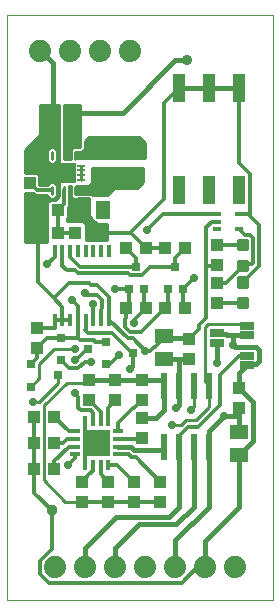
<source format=gtl>
G75*
%MOIN*%
%OFA0B0*%
%FSLAX25Y25*%
%IPPOS*%
%LPD*%
%AMOC8*
5,1,8,0,0,1.08239X$1,22.5*
%
%ADD10C,0.00000*%
%ADD11R,0.02362X0.08661*%
%ADD12R,0.05906X0.05118*%
%ADD13R,0.03937X0.04331*%
%ADD14R,0.05000X0.02500*%
%ADD15C,0.07400*%
%ADD16R,0.04449X0.09606*%
%ADD17R,0.03740X0.01378*%
%ADD18R,0.01378X0.03740*%
%ADD19R,0.08780X0.08780*%
%ADD20R,0.01200X0.03900*%
%ADD21R,0.02992X0.02992*%
%ADD22R,0.03150X0.01378*%
%ADD23R,0.14567X0.03858*%
%ADD24R,0.05118X0.05906*%
%ADD25R,0.04331X0.03937*%
%ADD26C,0.01181*%
%ADD27R,0.02756X0.02756*%
%ADD28C,0.01102*%
%ADD29R,0.08465X0.06535*%
%ADD30C,0.03150*%
%ADD31R,0.03150X0.00906*%
%ADD32C,0.01600*%
%ADD33C,0.01000*%
%ADD34OC8,0.02559*%
%ADD35C,0.01200*%
%ADD36OC8,0.03543*%
%ADD37C,0.03543*%
D10*
X0001000Y0001500D02*
X0001000Y0196750D01*
X0089750Y0196750D01*
X0089750Y0001500D01*
X0001000Y0001500D01*
D11*
X0053500Y0052514D03*
X0058500Y0052514D03*
X0063500Y0052514D03*
X0068500Y0052514D03*
X0068500Y0072986D03*
X0063500Y0072986D03*
X0058500Y0072986D03*
X0053500Y0072986D03*
D12*
X0053500Y0082010D03*
X0053500Y0089490D03*
X0078500Y0057490D03*
X0078500Y0050010D03*
D13*
X0078500Y0065654D03*
X0078500Y0072346D03*
X0061750Y0081904D03*
X0061750Y0088596D03*
X0060596Y0099000D03*
X0053904Y0099000D03*
X0047553Y0099000D03*
X0040860Y0099000D03*
X0040697Y0119000D03*
X0047390Y0119000D03*
X0053904Y0119000D03*
X0060596Y0119000D03*
X0030596Y0124000D03*
X0023904Y0124000D03*
X0018096Y0124000D03*
X0011404Y0124000D03*
X0008750Y0140654D03*
X0008750Y0147346D03*
X0010154Y0062750D03*
X0010154Y0054000D03*
X0010154Y0045250D03*
X0016846Y0045250D03*
X0016846Y0054000D03*
X0016846Y0062750D03*
D14*
X0071000Y0087400D03*
X0071000Y0090600D03*
X0081000Y0089900D03*
X0081000Y0093100D03*
X0081000Y0083100D03*
X0081000Y0079900D03*
D15*
X0077250Y0012500D03*
X0067250Y0012500D03*
X0057250Y0012500D03*
X0047250Y0012500D03*
X0037250Y0012500D03*
X0027250Y0012500D03*
X0017250Y0012500D03*
X0012250Y0184750D03*
X0022250Y0184750D03*
X0032250Y0184750D03*
X0042250Y0184750D03*
D16*
X0058500Y0172179D03*
X0068500Y0172179D03*
X0078500Y0172179D03*
X0078500Y0138321D03*
X0068500Y0138321D03*
X0058500Y0138321D03*
D17*
X0038244Y0057839D03*
X0038244Y0055280D03*
X0038244Y0052720D03*
X0038244Y0050161D03*
X0023756Y0050161D03*
X0023756Y0052720D03*
X0023756Y0055280D03*
X0023756Y0057839D03*
D18*
X0027161Y0061244D03*
X0029720Y0061244D03*
X0032280Y0061244D03*
X0034839Y0061244D03*
X0034839Y0046756D03*
X0032280Y0046756D03*
X0029720Y0046756D03*
X0027161Y0046756D03*
D19*
X0031000Y0054000D03*
D20*
X0029839Y0095013D03*
X0032398Y0095013D03*
X0034957Y0095013D03*
X0027280Y0095013D03*
X0024720Y0095013D03*
X0022161Y0095013D03*
X0019602Y0095013D03*
X0017043Y0095013D03*
X0017043Y0117987D03*
X0019602Y0117987D03*
X0022161Y0117987D03*
X0024720Y0117987D03*
X0027280Y0117987D03*
X0029839Y0117987D03*
X0032398Y0117987D03*
X0034957Y0117987D03*
D21*
X0033992Y0087740D03*
X0033992Y0080260D03*
X0028008Y0085250D03*
X0018992Y0081510D03*
X0018008Y0076500D03*
X0018992Y0088990D03*
X0008992Y0080240D03*
X0008992Y0072760D03*
X0043008Y0084000D03*
D22*
X0071010Y0125191D03*
X0071010Y0127750D03*
X0071010Y0130309D03*
X0078490Y0130309D03*
X0078490Y0125191D03*
D23*
X0038500Y0143085D03*
X0038500Y0152415D03*
D24*
X0032990Y0131750D03*
X0025510Y0131750D03*
X0023490Y0155250D03*
X0023490Y0164000D03*
X0016010Y0164000D03*
X0016010Y0155250D03*
D25*
X0018096Y0131750D03*
X0011404Y0131750D03*
X0011000Y0092346D03*
X0011000Y0085654D03*
X0028500Y0074846D03*
X0028500Y0068154D03*
X0037250Y0068154D03*
X0037250Y0074846D03*
X0046000Y0074846D03*
X0046000Y0068154D03*
X0046000Y0062346D03*
X0046000Y0055654D03*
X0043500Y0041096D03*
X0043500Y0034404D03*
X0034750Y0034404D03*
X0034750Y0041096D03*
X0026000Y0041096D03*
X0026000Y0034404D03*
X0052250Y0034404D03*
X0052250Y0041096D03*
X0071000Y0100654D03*
X0071000Y0107346D03*
X0071000Y0113154D03*
X0071000Y0119846D03*
D26*
X0078372Y0118575D02*
X0081128Y0118575D01*
X0078372Y0118575D02*
X0078372Y0121331D01*
X0081128Y0121331D01*
X0081128Y0118575D01*
X0081128Y0119755D02*
X0078372Y0119755D01*
X0078372Y0120935D02*
X0081128Y0120935D01*
X0081128Y0111669D02*
X0078372Y0111669D01*
X0078372Y0114425D01*
X0081128Y0114425D01*
X0081128Y0111669D01*
X0081128Y0112849D02*
X0078372Y0112849D01*
X0078372Y0114029D02*
X0081128Y0114029D01*
X0081128Y0108831D02*
X0078372Y0108831D01*
X0081128Y0108831D02*
X0081128Y0106075D01*
X0078372Y0106075D01*
X0078372Y0108831D01*
X0078372Y0107255D02*
X0081128Y0107255D01*
X0081128Y0108435D02*
X0078372Y0108435D01*
X0078372Y0101925D02*
X0081128Y0101925D01*
X0081128Y0099169D01*
X0078372Y0099169D01*
X0078372Y0101925D01*
X0078372Y0100349D02*
X0081128Y0100349D01*
X0081128Y0101529D02*
X0078372Y0101529D01*
D27*
X0059809Y0105358D03*
X0057250Y0112642D03*
X0054691Y0105358D03*
X0046766Y0105358D03*
X0044207Y0112642D03*
X0041648Y0105358D03*
D28*
X0023937Y0137071D02*
X0023937Y0139315D01*
X0021969Y0139315D02*
X0021969Y0137071D01*
X0020000Y0137071D02*
X0020000Y0139315D01*
X0018031Y0139315D02*
X0018031Y0137071D01*
X0016063Y0137071D02*
X0016063Y0139315D01*
X0016063Y0148685D02*
X0016063Y0150929D01*
X0018031Y0150929D02*
X0018031Y0148685D01*
X0020000Y0148685D02*
X0020000Y0150929D01*
X0021969Y0150929D02*
X0021969Y0148685D01*
X0023937Y0148685D02*
X0023937Y0150929D01*
D29*
X0020000Y0144000D03*
D30*
X0017638Y0144000D03*
X0022362Y0144000D03*
D31*
X0025748Y0143213D03*
X0025748Y0144787D03*
X0025748Y0146362D03*
X0025748Y0141638D03*
X0014252Y0141638D03*
X0014252Y0143213D03*
X0014252Y0144787D03*
X0014252Y0146362D03*
D32*
X0016010Y0155250D02*
X0016404Y0162837D01*
X0016404Y0180596D01*
X0012250Y0184750D01*
X0016010Y0164000D02*
X0016404Y0162837D01*
X0022969Y0155250D02*
X0023490Y0155250D01*
X0023490Y0164000D01*
X0039750Y0164000D01*
X0057250Y0181500D01*
X0061000Y0181500D01*
X0058500Y0172179D02*
X0068500Y0172179D01*
X0078500Y0172179D01*
X0071000Y0090500D02*
X0071250Y0090250D01*
X0074163Y0090250D01*
X0074413Y0090000D01*
X0076500Y0090000D01*
X0076500Y0086500D01*
X0077050Y0085950D01*
X0084163Y0085950D01*
X0085100Y0085013D01*
X0085100Y0081187D01*
X0084163Y0080250D01*
X0081350Y0080250D01*
X0081000Y0079900D01*
X0078500Y0077400D01*
X0078500Y0072346D01*
X0078500Y0072307D02*
X0083250Y0067557D01*
X0083250Y0054750D01*
X0078500Y0050000D01*
X0078500Y0032500D01*
X0067250Y0021250D01*
X0067250Y0012500D01*
X0057250Y0021500D02*
X0068500Y0032750D01*
X0068500Y0052514D01*
X0068500Y0053000D02*
X0068500Y0058000D01*
X0073500Y0063000D01*
X0078500Y0063000D01*
X0078500Y0057490D01*
X0078500Y0063000D02*
X0078500Y0065654D01*
X0078500Y0050010D02*
X0078500Y0050000D01*
X0071000Y0080500D02*
X0071000Y0087400D01*
X0076500Y0090000D02*
X0081000Y0090000D01*
X0063500Y0052514D02*
X0063500Y0032750D01*
X0057550Y0026800D01*
X0045055Y0026800D01*
X0037250Y0018995D01*
X0037250Y0012500D01*
X0027250Y0018995D02*
X0037455Y0029200D01*
X0054950Y0029200D01*
X0058500Y0032750D01*
X0058500Y0052514D01*
X0053500Y0052514D02*
X0053500Y0051500D01*
X0043500Y0051500D01*
X0042280Y0052720D01*
X0038244Y0052720D01*
X0045626Y0055280D02*
X0046000Y0055654D01*
X0046000Y0062346D02*
X0050846Y0062346D01*
X0053500Y0065000D01*
X0053500Y0072986D01*
X0053500Y0074846D01*
X0046000Y0074846D01*
X0037250Y0074846D01*
X0028500Y0074846D01*
X0027654Y0074000D01*
X0053500Y0082000D02*
X0059500Y0082000D01*
X0058500Y0081904D02*
X0061750Y0081904D01*
X0058500Y0081904D02*
X0058500Y0072986D01*
X0058500Y0066500D01*
X0057500Y0065500D01*
X0059500Y0089000D02*
X0053500Y0089000D01*
X0057250Y0021500D02*
X0057250Y0012500D01*
X0027250Y0012500D02*
X0027250Y0018995D01*
D33*
X0026000Y0034404D02*
X0020596Y0034404D01*
X0013500Y0041500D01*
X0013500Y0066500D01*
X0021000Y0074000D01*
X0027654Y0074000D01*
X0023625Y0085250D02*
X0016750Y0085250D01*
X0011788Y0080288D01*
X0011788Y0075556D01*
X0008992Y0072760D01*
X0009750Y0067750D02*
X0011750Y0067750D01*
X0018000Y0074000D01*
X0018008Y0074000D01*
X0018008Y0076500D01*
X0014500Y0121000D02*
X0007000Y0121000D01*
X0007000Y0137398D01*
X0009615Y0137398D01*
X0010510Y0136502D01*
X0014421Y0136502D01*
X0014421Y0136391D01*
X0015383Y0135429D01*
X0016743Y0135429D01*
X0017705Y0136391D01*
X0017705Y0137444D01*
X0017754Y0137493D01*
X0017754Y0138893D01*
X0017705Y0138942D01*
X0017705Y0139995D01*
X0016743Y0140957D01*
X0015383Y0140957D01*
X0014421Y0139995D01*
X0014421Y0139883D01*
X0011911Y0139883D01*
X0011809Y0139985D01*
X0011809Y0143271D01*
X0011170Y0143909D01*
X0007000Y0143909D01*
X0007000Y0151500D01*
X0012000Y0156500D01*
X0012000Y0166500D01*
X0018500Y0166500D01*
X0018500Y0151751D01*
X0018358Y0151609D01*
X0018358Y0148005D01*
X0018500Y0147863D01*
X0018500Y0140137D01*
X0018358Y0139995D01*
X0018358Y0138942D01*
X0018309Y0138893D01*
X0018309Y0136246D01*
X0017232Y0134809D01*
X0015479Y0134809D01*
X0015170Y0134500D01*
X0014500Y0134500D01*
X0014500Y0121000D01*
X0014500Y0121329D02*
X0007000Y0121329D01*
X0007000Y0122327D02*
X0014500Y0122327D01*
X0014500Y0123326D02*
X0007000Y0123326D01*
X0007000Y0124324D02*
X0014500Y0124324D01*
X0014500Y0125323D02*
X0007000Y0125323D01*
X0007000Y0126321D02*
X0014500Y0126321D01*
X0014500Y0127320D02*
X0007000Y0127320D01*
X0007000Y0128318D02*
X0014500Y0128318D01*
X0014500Y0129317D02*
X0007000Y0129317D01*
X0007000Y0130315D02*
X0014500Y0130315D01*
X0014500Y0131314D02*
X0007000Y0131314D01*
X0007000Y0132312D02*
X0014500Y0132312D01*
X0014500Y0133311D02*
X0007000Y0133311D01*
X0007000Y0134309D02*
X0014500Y0134309D01*
X0014873Y0135220D02*
X0016830Y0135220D01*
X0018031Y0136421D01*
X0018031Y0139417D01*
X0017705Y0139302D02*
X0018358Y0139302D01*
X0018309Y0138303D02*
X0017754Y0138303D01*
X0017705Y0137305D02*
X0018309Y0137305D01*
X0018309Y0136306D02*
X0017620Y0136306D01*
X0017606Y0135308D02*
X0007000Y0135308D01*
X0007000Y0136306D02*
X0014506Y0136306D01*
X0014873Y0135220D02*
X0011404Y0131750D01*
X0009708Y0137305D02*
X0007000Y0137305D01*
X0007000Y0144295D02*
X0018500Y0144295D01*
X0018500Y0145293D02*
X0007000Y0145293D01*
X0007000Y0146292D02*
X0018500Y0146292D01*
X0018500Y0147290D02*
X0016990Y0147290D01*
X0016743Y0147043D02*
X0017705Y0148005D01*
X0017705Y0151609D01*
X0016743Y0152571D01*
X0015383Y0152571D01*
X0014421Y0151609D01*
X0014421Y0148005D01*
X0015383Y0147043D01*
X0016743Y0147043D01*
X0017705Y0148289D02*
X0018358Y0148289D01*
X0018358Y0149287D02*
X0017705Y0149287D01*
X0017705Y0150286D02*
X0018358Y0150286D01*
X0018358Y0151284D02*
X0017705Y0151284D01*
X0017031Y0152283D02*
X0018500Y0152283D01*
X0018500Y0153281D02*
X0008781Y0153281D01*
X0007783Y0152283D02*
X0015095Y0152283D01*
X0014421Y0151284D02*
X0007000Y0151284D01*
X0007000Y0150286D02*
X0014421Y0150286D01*
X0014421Y0149287D02*
X0007000Y0149287D01*
X0007000Y0148289D02*
X0014421Y0148289D01*
X0015136Y0147290D02*
X0007000Y0147290D01*
X0009780Y0154280D02*
X0018500Y0154280D01*
X0018500Y0155278D02*
X0010778Y0155278D01*
X0011777Y0156277D02*
X0018500Y0156277D01*
X0018500Y0157275D02*
X0012000Y0157275D01*
X0012000Y0158274D02*
X0018500Y0158274D01*
X0018500Y0159272D02*
X0012000Y0159272D01*
X0012000Y0160271D02*
X0018500Y0160271D01*
X0018500Y0161269D02*
X0012000Y0161269D01*
X0012000Y0162268D02*
X0018500Y0162268D01*
X0018500Y0163266D02*
X0012000Y0163266D01*
X0012000Y0164265D02*
X0018500Y0164265D01*
X0018500Y0165263D02*
X0012000Y0165263D01*
X0012000Y0166262D02*
X0018500Y0166262D01*
X0020091Y0166262D02*
X0025500Y0166262D01*
X0025500Y0166500D02*
X0020091Y0166500D01*
X0020091Y0148500D01*
X0022295Y0148500D01*
X0022295Y0151609D01*
X0023257Y0152571D01*
X0024617Y0152571D01*
X0024688Y0152500D01*
X0025500Y0152500D01*
X0025500Y0166500D01*
X0025500Y0165263D02*
X0020091Y0165263D01*
X0020091Y0164265D02*
X0025500Y0164265D01*
X0025500Y0163266D02*
X0020091Y0163266D01*
X0020091Y0162268D02*
X0025500Y0162268D01*
X0025500Y0161269D02*
X0020091Y0161269D01*
X0020091Y0160271D02*
X0025500Y0160271D01*
X0025500Y0159272D02*
X0020091Y0159272D01*
X0020091Y0158274D02*
X0025500Y0158274D01*
X0025500Y0157275D02*
X0020091Y0157275D01*
X0020091Y0156277D02*
X0025500Y0156277D01*
X0025500Y0155278D02*
X0020091Y0155278D01*
X0020091Y0154280D02*
X0025500Y0154280D01*
X0025500Y0153281D02*
X0020091Y0153281D01*
X0020091Y0152283D02*
X0022969Y0152283D01*
X0022295Y0151284D02*
X0020091Y0151284D01*
X0020091Y0150286D02*
X0022295Y0150286D01*
X0021969Y0149807D02*
X0020000Y0149807D01*
X0020091Y0149287D02*
X0022295Y0149287D01*
X0023937Y0149807D02*
X0035892Y0149807D01*
X0038500Y0152415D01*
X0038500Y0143085D02*
X0033608Y0138193D01*
X0023937Y0138193D01*
X0024091Y0138303D02*
X0036303Y0138303D01*
X0037000Y0139000D02*
X0034500Y0136500D01*
X0029749Y0136500D01*
X0029159Y0137091D01*
X0024159Y0137091D01*
X0024091Y0137159D01*
X0024091Y0139500D01*
X0028500Y0139500D01*
X0029500Y0140500D01*
X0029500Y0145500D01*
X0046500Y0145500D01*
X0046500Y0141000D01*
X0044500Y0139000D01*
X0037000Y0139000D01*
X0035305Y0137305D02*
X0024091Y0137305D01*
X0022295Y0137305D02*
X0021691Y0137305D01*
X0021969Y0138193D02*
X0021969Y0135291D01*
X0025510Y0131750D01*
X0030596Y0126663D01*
X0030596Y0124000D01*
X0031000Y0127000D02*
X0034500Y0127000D01*
X0034500Y0121500D01*
X0027500Y0121500D01*
X0027500Y0127000D01*
X0026500Y0128000D01*
X0021000Y0128000D01*
X0021000Y0128977D01*
X0021352Y0129330D01*
X0021352Y0132615D01*
X0021691Y0132953D01*
X0021691Y0138893D01*
X0021642Y0138942D01*
X0021642Y0139642D01*
X0022295Y0139642D01*
X0022295Y0136391D01*
X0023257Y0135429D01*
X0024617Y0135429D01*
X0024688Y0135500D01*
X0028500Y0135500D01*
X0028500Y0129500D01*
X0029341Y0128659D01*
X0029341Y0128346D01*
X0029979Y0127707D01*
X0030293Y0127707D01*
X0031000Y0127000D01*
X0030680Y0127320D02*
X0027180Y0127320D01*
X0027500Y0126321D02*
X0034500Y0126321D01*
X0034500Y0125323D02*
X0027500Y0125323D01*
X0027500Y0124324D02*
X0034500Y0124324D01*
X0034500Y0123326D02*
X0027500Y0123326D01*
X0027500Y0122327D02*
X0034500Y0122327D01*
X0029368Y0128318D02*
X0021000Y0128318D01*
X0021339Y0129317D02*
X0028683Y0129317D01*
X0028500Y0130315D02*
X0021352Y0130315D01*
X0021352Y0131314D02*
X0028500Y0131314D01*
X0028500Y0132312D02*
X0021352Y0132312D01*
X0021691Y0133311D02*
X0028500Y0133311D01*
X0028500Y0134309D02*
X0021691Y0134309D01*
X0021691Y0135308D02*
X0028500Y0135308D01*
X0029301Y0140301D02*
X0045801Y0140301D01*
X0046500Y0141299D02*
X0029500Y0141299D01*
X0029500Y0142298D02*
X0046500Y0142298D01*
X0046500Y0143296D02*
X0029500Y0143296D01*
X0029500Y0144295D02*
X0046500Y0144295D01*
X0046500Y0145293D02*
X0029500Y0145293D01*
X0026159Y0150909D02*
X0026456Y0151207D01*
X0026501Y0151207D01*
X0027140Y0151846D01*
X0027140Y0154640D01*
X0028500Y0156000D01*
X0045000Y0156000D01*
X0047000Y0154000D01*
X0047000Y0149000D01*
X0024091Y0149000D01*
X0024091Y0150841D01*
X0024159Y0150909D01*
X0026159Y0150909D01*
X0026578Y0151284D02*
X0047000Y0151284D01*
X0047000Y0150286D02*
X0024091Y0150286D01*
X0024091Y0149287D02*
X0047000Y0149287D01*
X0047000Y0152283D02*
X0027140Y0152283D01*
X0027140Y0153281D02*
X0047000Y0153281D01*
X0046720Y0154280D02*
X0027140Y0154280D01*
X0027778Y0155278D02*
X0045722Y0155278D01*
X0044802Y0139302D02*
X0024091Y0139302D01*
X0022295Y0139302D02*
X0021642Y0139302D01*
X0021691Y0138303D02*
X0022295Y0138303D01*
X0022380Y0136306D02*
X0021691Y0136306D01*
X0018500Y0140301D02*
X0017399Y0140301D01*
X0018500Y0141299D02*
X0011809Y0141299D01*
X0011809Y0140301D02*
X0014727Y0140301D01*
X0011809Y0142298D02*
X0018500Y0142298D01*
X0018500Y0143296D02*
X0011784Y0143296D01*
X0025748Y0143213D02*
X0025748Y0141638D01*
X0025748Y0143213D02*
X0025748Y0144787D01*
X0025748Y0146362D01*
X0053500Y0089490D02*
X0053500Y0089000D01*
X0053500Y0082010D02*
X0053500Y0082000D01*
X0058500Y0073000D02*
X0058500Y0072986D01*
X0063500Y0066000D02*
X0062500Y0065000D01*
X0063500Y0066000D02*
X0063500Y0072986D01*
X0067000Y0074500D02*
X0068500Y0073000D01*
X0068500Y0072986D01*
X0068500Y0066000D01*
X0064000Y0061500D01*
X0060750Y0061500D01*
X0059250Y0060000D01*
X0056000Y0060000D01*
X0058500Y0056250D02*
X0058500Y0052514D01*
X0058500Y0050000D01*
X0068500Y0049500D02*
X0068500Y0052514D01*
X0068500Y0053000D01*
X0078500Y0072000D02*
X0078500Y0072307D01*
X0078500Y0072346D01*
X0081000Y0083000D02*
X0081000Y0083100D01*
X0081000Y0089900D02*
X0081000Y0090000D01*
X0081000Y0093100D02*
X0081000Y0093500D01*
X0068000Y0093500D01*
X0067000Y0092500D01*
X0067000Y0074500D01*
X0061750Y0081904D02*
X0059500Y0081500D01*
X0059500Y0082000D01*
X0061750Y0081904D01*
X0061750Y0088596D02*
X0059500Y0089000D01*
X0071000Y0090500D02*
X0071000Y0090600D01*
X0071000Y0090500D02*
X0071500Y0090000D01*
D34*
X0076500Y0086500D03*
X0071000Y0080500D03*
X0073500Y0063000D03*
X0062500Y0065000D03*
X0057500Y0065500D03*
X0056000Y0060000D03*
X0047250Y0084750D03*
X0042244Y0078461D03*
X0038500Y0083250D03*
X0043500Y0094000D03*
X0037250Y0105250D03*
X0029750Y0100250D03*
X0027250Y0104000D03*
X0022787Y0101500D03*
X0014500Y0113500D03*
X0023625Y0085250D03*
X0023625Y0081750D03*
X0029000Y0081000D03*
X0023750Y0070616D03*
X0016846Y0062750D03*
X0016846Y0054000D03*
X0016846Y0045250D03*
X0021399Y0046500D03*
X0009750Y0067750D03*
X0047627Y0124873D03*
X0058500Y0138321D03*
X0068500Y0138321D03*
X0078500Y0138321D03*
X0063500Y0109000D03*
D35*
X0059858Y0105358D01*
X0059809Y0105358D01*
X0059809Y0099000D01*
X0060596Y0099000D01*
X0065100Y0093287D02*
X0067435Y0095622D01*
X0067435Y0112850D01*
X0070697Y0112850D01*
X0071000Y0113154D01*
X0070154Y0114000D01*
X0067435Y0112850D02*
X0067435Y0125859D01*
X0069325Y0127750D01*
X0071010Y0127750D01*
X0071010Y0130309D02*
X0053062Y0130309D01*
X0047627Y0124873D01*
X0042390Y0124000D02*
X0047390Y0119000D01*
X0053904Y0119000D01*
X0057250Y0115654D02*
X0057250Y0112642D01*
X0048942Y0112642D01*
X0046165Y0109864D01*
X0042249Y0109864D01*
X0041471Y0110642D01*
X0024708Y0110642D01*
X0023850Y0111500D01*
X0021000Y0111500D01*
X0019602Y0112898D01*
X0019602Y0117987D01*
X0022161Y0117987D02*
X0022161Y0116017D01*
X0025536Y0112642D01*
X0044207Y0112642D01*
X0044207Y0115490D01*
X0040697Y0119000D01*
X0039447Y0117750D01*
X0042250Y0124000D02*
X0053500Y0135250D01*
X0053500Y0167179D01*
X0058500Y0172179D01*
X0078500Y0172179D02*
X0078500Y0147328D01*
X0082124Y0143704D01*
X0082124Y0129728D01*
X0085119Y0126734D01*
X0085119Y0112845D01*
X0079750Y0107476D01*
X0079750Y0107453D01*
X0079750Y0113047D02*
X0079750Y0113566D01*
X0082684Y0113566D01*
X0083119Y0114000D01*
X0083119Y0122155D01*
X0081952Y0123321D01*
X0080360Y0123321D01*
X0078490Y0125191D01*
X0078490Y0130250D02*
X0078490Y0130309D01*
X0081543Y0130309D01*
X0082124Y0129728D01*
X0079750Y0119953D02*
X0079644Y0119846D01*
X0071000Y0119846D01*
X0079750Y0113047D02*
X0074049Y0107346D01*
X0071000Y0107346D01*
X0071000Y0100654D02*
X0071106Y0100547D01*
X0079750Y0100547D01*
X0078500Y0083000D02*
X0072250Y0076750D01*
X0072250Y0066750D01*
X0064750Y0059250D01*
X0061500Y0059250D01*
X0058500Y0056250D01*
X0044046Y0049300D02*
X0052250Y0041096D01*
X0052250Y0034404D02*
X0043500Y0034404D01*
X0034750Y0034404D01*
X0026000Y0034404D01*
X0026000Y0041096D02*
X0028389Y0043486D01*
X0028430Y0043486D01*
X0029720Y0044776D01*
X0029720Y0046756D01*
X0032280Y0046756D02*
X0032280Y0043567D01*
X0034750Y0041096D01*
X0034839Y0046756D02*
X0037841Y0046756D01*
X0043500Y0041096D01*
X0044046Y0049300D02*
X0042589Y0049300D01*
X0041727Y0050161D01*
X0038244Y0050161D01*
X0038244Y0055280D02*
X0045626Y0055280D01*
X0038244Y0060704D02*
X0043255Y0065715D01*
X0043561Y0065715D01*
X0046000Y0068154D01*
X0042244Y0078461D02*
X0043008Y0079225D01*
X0043008Y0084000D01*
X0042704Y0084000D01*
X0036068Y0090636D01*
X0028114Y0090636D01*
X0027250Y0091500D01*
X0027280Y0091530D01*
X0027280Y0095013D01*
X0029839Y0095013D02*
X0029839Y0098911D01*
X0029750Y0100250D01*
X0032398Y0098394D02*
X0032934Y0098931D01*
X0032934Y0101569D01*
X0031069Y0103434D01*
X0027816Y0103434D01*
X0027250Y0104000D01*
X0029253Y0106500D02*
X0028569Y0107184D01*
X0021684Y0107184D01*
X0016750Y0102250D01*
X0011404Y0107596D01*
X0011404Y0124000D01*
X0011404Y0131750D01*
X0011211Y0138193D02*
X0008750Y0140654D01*
X0011211Y0138193D02*
X0016063Y0138193D01*
X0018031Y0138193D02*
X0018031Y0139417D01*
X0018031Y0143606D01*
X0017638Y0144000D01*
X0018031Y0144394D01*
X0018031Y0149807D01*
X0018031Y0153622D01*
X0016010Y0155250D01*
X0021969Y0154122D02*
X0021969Y0149807D01*
X0021969Y0154122D02*
X0023490Y0155250D01*
X0020000Y0138193D02*
X0020000Y0133654D01*
X0018096Y0131750D01*
X0018096Y0124000D01*
X0023904Y0124000D01*
X0023904Y0130693D02*
X0025510Y0131750D01*
X0030596Y0124000D02*
X0042250Y0124000D01*
X0042390Y0124000D01*
X0041648Y0105358D02*
X0037358Y0105358D01*
X0037250Y0105250D01*
X0034957Y0102543D02*
X0031000Y0106500D01*
X0029253Y0106500D01*
X0032398Y0098394D02*
X0032398Y0095013D01*
X0034957Y0095013D02*
X0034957Y0102543D01*
X0034957Y0095013D02*
X0035156Y0095013D01*
X0041353Y0088816D01*
X0043184Y0088816D01*
X0047250Y0084750D01*
X0048748Y0084750D01*
X0049967Y0085969D01*
X0050469Y0085969D01*
X0053500Y0089000D01*
X0045719Y0090816D02*
X0053904Y0099000D01*
X0054691Y0099000D01*
X0054691Y0105358D01*
X0057250Y0115654D02*
X0060596Y0119000D01*
X0065100Y0093287D02*
X0065100Y0091946D01*
X0061750Y0088596D01*
X0047553Y0099000D02*
X0043500Y0094947D01*
X0043500Y0094000D01*
X0042181Y0090816D02*
X0045719Y0090816D01*
X0042181Y0090816D02*
X0040316Y0092681D01*
X0040316Y0095319D01*
X0040623Y0095627D01*
X0040623Y0098763D01*
X0040625Y0098792D01*
X0040630Y0098820D01*
X0040638Y0098847D01*
X0040650Y0098873D01*
X0040665Y0098898D01*
X0040683Y0098920D01*
X0040703Y0098940D01*
X0040725Y0098958D01*
X0040750Y0098973D01*
X0040776Y0098985D01*
X0040803Y0098993D01*
X0040831Y0098998D01*
X0040860Y0099000D01*
X0041648Y0099000D01*
X0041648Y0105358D01*
X0046766Y0105358D02*
X0046766Y0099000D01*
X0047553Y0099000D01*
X0038500Y0083250D02*
X0035510Y0080260D01*
X0033992Y0080260D01*
X0033992Y0087740D02*
X0030490Y0087740D01*
X0030084Y0088146D01*
X0025565Y0088146D01*
X0024720Y0088990D01*
X0024720Y0095013D01*
X0024720Y0099566D01*
X0022787Y0101500D01*
X0019602Y0099398D02*
X0016750Y0102250D01*
X0019602Y0099398D02*
X0019602Y0095013D01*
X0022161Y0095013D01*
X0019602Y0095013D02*
X0017043Y0095013D01*
X0017043Y0092346D01*
X0011000Y0092346D01*
X0014337Y0088990D02*
X0011000Y0085654D01*
X0011000Y0082248D01*
X0008992Y0080240D01*
X0014337Y0088990D02*
X0018992Y0088990D01*
X0024720Y0088990D01*
X0027711Y0085250D02*
X0024822Y0082361D01*
X0024236Y0082361D01*
X0023625Y0081750D01*
X0024822Y0078861D02*
X0021641Y0078861D01*
X0018992Y0081510D01*
X0024822Y0078861D02*
X0026961Y0081000D01*
X0029000Y0081000D01*
X0028008Y0085250D02*
X0027711Y0085250D01*
X0023750Y0070616D02*
X0024935Y0069431D01*
X0024935Y0065605D01*
X0025755Y0064785D01*
X0029040Y0064785D01*
X0029720Y0064105D01*
X0029720Y0061244D01*
X0032280Y0061244D02*
X0032280Y0064374D01*
X0028500Y0068154D01*
X0027161Y0061244D02*
X0027161Y0054000D01*
X0031000Y0054000D01*
X0031000Y0051500D01*
X0027161Y0054000D02*
X0027161Y0046756D01*
X0023756Y0048857D02*
X0023756Y0050161D01*
X0023756Y0048857D02*
X0021399Y0046500D01*
X0016846Y0047886D02*
X0021681Y0052720D01*
X0023756Y0052720D01*
X0023726Y0055250D02*
X0021000Y0055250D01*
X0019750Y0054000D01*
X0016846Y0054000D01*
X0018126Y0055280D01*
X0016846Y0047886D02*
X0016846Y0045250D01*
X0010154Y0037346D02*
X0016000Y0031500D01*
X0016000Y0018463D01*
X0012150Y0014612D01*
X0012150Y0010388D01*
X0015137Y0007400D01*
X0059362Y0007400D01*
X0064462Y0012500D01*
X0067250Y0012500D01*
X0038244Y0057839D02*
X0038244Y0060704D01*
X0034839Y0061244D02*
X0034839Y0065742D01*
X0037250Y0068154D01*
X0023756Y0057839D02*
X0021758Y0057839D01*
X0016846Y0062750D01*
X0023756Y0055280D02*
X0023726Y0055250D01*
X0010154Y0054000D02*
X0010154Y0045250D01*
X0010154Y0037346D01*
X0010154Y0054000D02*
X0010154Y0062750D01*
X0014500Y0113500D02*
X0017043Y0116043D01*
X0017043Y0117987D01*
X0017043Y0117543D01*
X0008750Y0147346D02*
X0011000Y0149596D01*
X0010000Y0152250D01*
X0078500Y0083000D02*
X0081000Y0083000D01*
D36*
X0032990Y0131750D03*
X0025510Y0131750D03*
X0010000Y0152250D03*
X0016000Y0031500D03*
D37*
X0031000Y0054000D03*
X0061000Y0181500D03*
M02*

</source>
